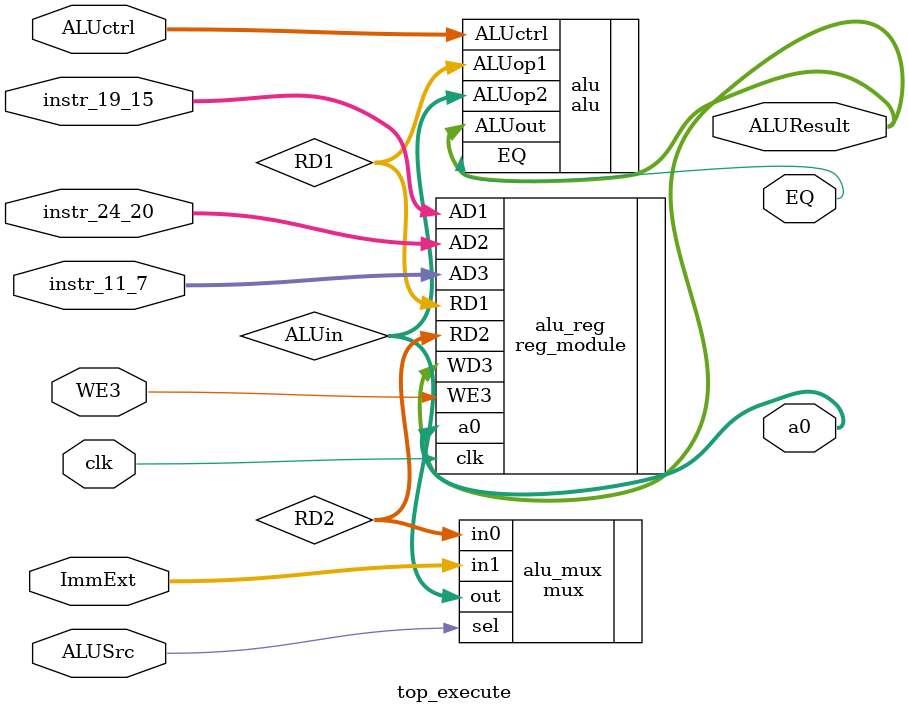
<source format=sv>
module top_execute #(
    parameter  DATA_WIDTH = 32
)(
    input   logic       clk,
    input   logic   [19:15]     instr_19_15,
    input   logic   [24:20]     instr_24_20,
    input   logic   [11:7]      instr_11_7,
    input   logic  [DATA_WIDTH-1:0]     ImmExt,
    input   logic  [2:0]                ALUctrl,
    input   logic                       WE3,
    input   logic                       ALUSrc,

    output  logic [DATA_WIDTH-1:0]      ALUResult,
    output  logic                       EQ,
    output  logic   [DATA_WIDTH-1:0]    a0
);

    logic  [DATA_WIDTH-1:0]    RD1, RD2, ALUin;

    reg_module alu_reg(
        .clk(clk),
        .AD1(instr_19_15),
        .AD2(instr_24_20),
        .AD3(instr_11_7),
        .WE3(WE3),
        .WD3(ALUResult),
        .RD1(RD1),
        .RD2(RD2),
        .a0(a0)
    );

    mux alu_mux(
        .in0(RD2),
        .in1(ImmExt),
        .sel(ALUSrc),
        .out(ALUin)
    );

    alu alu(
        .ALUop1(RD1),
        .ALUop2(ALUin),
        .ALUctrl(ALUctrl),
        .ALUout(ALUResult),
        .EQ(EQ)
    );

endmodule

</source>
